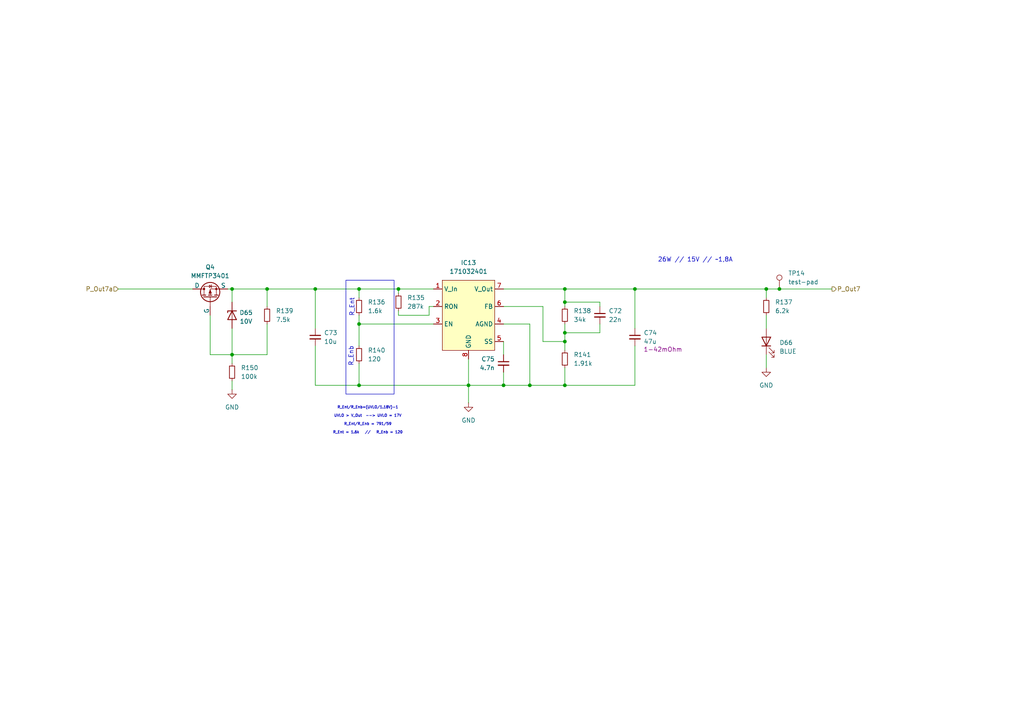
<source format=kicad_sch>
(kicad_sch (version 20231120) (generator "eeschema") (generator_version "8.0")
  (paper "A4")
  (title_block (title "PDU FT25") (date "2024-11-23") (rev "V1.1") (company "Janek Herm") (comment 1 "FaSTTUBe Electronics"))
  (lib_symbols
    (symbol "Connector:TestPoint" (pin_numbers hide) (pin_names (offset 0.762) hide)
      (property "Reference" "TP" (at 0 6.858 0))
      (property "Value" "TestPoint" (at 0 5.08 0))
      (symbol "TestPoint_0_1"
        (circle (center 0 3.302) (radius 0.762))
      )
      (symbol "TestPoint_1_1"
        (pin passive line (at 0 0 90) (length 2.54) (name "1") (number "1"))
      )
    )
    (symbol "Device:C_Small" (pin_numbers hide) (pin_names (offset 0.254) hide)
      (property "Reference" "C" (at 0.254 1.778 0))
      (property "Value" "C_Small" (at 0.254 -2.032 0))
      (symbol "C_Small_0_1"
        (polyline (pts (xy -1.524 -0.508) (xy 1.524 -0.508)) (stroke (width 0.3302)))
        (polyline (pts (xy -1.524 0.508) (xy 1.524 0.508)) (stroke (width 0.3048)))
      )
      (symbol "C_Small_1_1"
        (pin passive line (at 0 2.54 270) (length 2.032) (name "~") (number "1"))
        (pin passive line (at 0 -2.54 90) (length 2.032) (name "~") (number "2"))
      )
    )
    (symbol "Device:D_Zener" (pin_numbers hide) (pin_names (offset 1.016) hide)
      (property "Reference" "D" (at 0 2.54 0))
      (property "Value" "D_Zener" (at 0 -2.54 0))
      (symbol "D_Zener_0_1"
        (polyline (pts (xy 1.27 0) (xy -1.27 0)))
        (polyline (pts (xy -1.27 -1.27) (xy -1.27 1.27) (xy -0.762 1.27)) (stroke (width 0.254)))
        (polyline (pts (xy 1.27 -1.27) (xy 1.27 1.27) (xy -1.27 0) (xy 1.27 -1.27)) (stroke (width 0.254)))
      )
      (symbol "D_Zener_1_1"
        (pin passive line (at -3.81 0 0) (length 2.54) (name "K") (number "1"))
        (pin passive line (at 3.81 0 180) (length 2.54) (name "A") (number "2"))
      )
    )
    (symbol "Device:LED" (pin_numbers hide) (pin_names (offset 1.016) hide)
      (property "Reference" "D" (at 0 2.54 0))
      (property "Value" "LED" (at 0 -2.54 0))
      (symbol "LED_0_1"
        (polyline (pts (xy -1.27 -1.27) (xy -1.27 1.27)) (stroke (width 0.254)))
        (polyline (pts (xy -1.27 0) (xy 1.27 0)))
        (polyline (pts (xy 1.27 -1.27) (xy 1.27 1.27) (xy -1.27 0) (xy 1.27 -1.27)) (stroke (width 0.254)))
        (polyline (pts (xy -3.048 -0.762) (xy -4.572 -2.286) (xy -3.81 -2.286) (xy -4.572 -2.286) (xy -4.572 -1.524)))
        (polyline (pts (xy -1.778 -0.762) (xy -3.302 -2.286) (xy -2.54 -2.286) (xy -3.302 -2.286) (xy -3.302 -1.524)))
      )
      (symbol "LED_1_1"
        (pin passive line (at -3.81 0 0) (length 2.54) (name "K") (number "1"))
        (pin passive line (at 3.81 0 180) (length 2.54) (name "A") (number "2"))
      )
    )
    (symbol "Device:R_Small" (pin_numbers hide) (pin_names (offset 0.254) hide)
      (property "Reference" "R" (at 0.762 0.508 0))
      (property "Value" "R_Small" (at 0.762 -1.016 0))
      (symbol "R_Small_0_1"
        (rectangle (start -0.762 1.778) (end 0.762 -1.778) (stroke (width 0.2032)))
      )
      (symbol "R_Small_1_1"
        (pin passive line (at 0 2.54 270) (length 0.762) (name "~") (number "1"))
        (pin passive line (at 0 -2.54 90) (length 0.762) (name "~") (number "2"))
      )
    )
    (symbol "FaSTTUBe_Voltage_Regulators:171032401"
      (property "Reference" "IC" (at 0.254 8.636 0))
      (property "Value" "171032401" (at 0.508 6.604 0))
      (symbol "171032401_1_1"
        (rectangle (start -7.62 5.08) (end 7.62 -15.24) (fill (type background)))
        (pin passive line (at -10.16 2.54 0) (length 2.54) (name "V_In") (number "1"))
        (pin passive line (at -10.16 -2.54 0) (length 2.54) (name "RON") (number "2"))
        (pin passive line (at -10.16 -7.62 0) (length 2.54) (name "EN") (number "3"))
        (pin power_in line (at 10.16 -7.62 180) (length 2.54) (name "AGND") (number "4"))
        (pin passive line (at 10.16 -12.7 180) (length 2.54) (name "SS") (number "5"))
        (pin passive line (at 10.16 -2.54 180) (length 2.54) (name "FB") (number "6"))
        (pin power_out line (at 10.16 2.54 180) (length 2.54) (name "V_Out") (number "7"))
        (pin power_in line (at 0 -17.78 90) (length 2.54) (name "GND") (number "8"))
      )
    )
    (symbol "Simulation_SPICE:PMOS" (pin_numbers hide) (pin_names (offset 0))
      (property "Reference" "Q" (at 5.08 1.27 0))
      (property "Value" "PMOS" (at 5.08 -1.27 0))
      (symbol "PMOS_0_1"
        (polyline (pts (xy 0.254 0) (xy -2.54 0)))
        (polyline (pts (xy 0.254 1.905) (xy 0.254 -1.905)) (stroke (width 0.254)))
        (polyline (pts (xy 0.762 -1.27) (xy 0.762 -2.286)) (stroke (width 0.254)))
        (polyline (pts (xy 0.762 0.508) (xy 0.762 -0.508)) (stroke (width 0.254)))
        (polyline (pts (xy 0.762 2.286) (xy 0.762 1.27)) (stroke (width 0.254)))
        (polyline (pts (xy 2.54 2.54) (xy 2.54 1.778)))
        (polyline (pts (xy 2.54 -2.54) (xy 2.54 0) (xy 0.762 0)))
        (polyline (pts (xy 0.762 1.778) (xy 3.302 1.778) (xy 3.302 -1.778) (xy 0.762 -1.778)))
        (polyline (pts (xy 2.286 0) (xy 1.27 0.381) (xy 1.27 -0.381) (xy 2.286 0)) (fill (type outline)))
        (polyline (pts (xy 2.794 -0.508) (xy 2.921 -0.381) (xy 3.683 -0.381) (xy 3.81 -0.254)))
        (polyline (pts (xy 3.302 -0.381) (xy 2.921 0.254) (xy 3.683 0.254) (xy 3.302 -0.381)))
        (circle (center 1.651 0) (radius 2.794) (stroke (width 0.254)))
        (circle (center 2.54 -1.778) (radius 0.254) (fill (type outline)))
        (circle (center 2.54 1.778) (radius 0.254) (fill (type outline)))
      )
      (symbol "PMOS_1_1"
        (pin passive line (at 2.54 5.08 270) (length 2.54) (name "D") (number "1"))
        (pin input line (at -5.08 0 0) (length 2.54) (name "G") (number "2"))
        (pin passive line (at 2.54 -5.08 90) (length 2.54) (name "S") (number "3"))
      )
    )
    (symbol "power:GND" (power) (pin_numbers hide) (pin_names (offset 0) hide)
      (property "Value" "GND" (at 0 -3.81 0))
      (symbol "GND_0_1"
        (polyline (pts (xy 0 0) (xy 0 -1.27) (xy 1.27 -1.27) (xy 0 -2.54) (xy -1.27 -1.27) (xy 0 -1.27)))
      )
      (symbol "GND_1_1"
        (pin power_in line (at 0 0 270) (length 0) (name "~") (number "1"))
      )
    )
  )
  (junction (at 184.15 83.82))
  (junction (at 163.83 111.76))
  (junction (at 163.83 87.63))
  (junction (at 222.25 83.82))
  (junction (at 104.14 111.76))
  (junction (at 67.31 102.87))
  (junction (at 163.83 83.82))
  (junction (at 77.47 83.82))
  (junction (at 153.67 111.76))
  (junction (at 115.57 83.82))
  (junction (at 163.83 96.52))
  (junction (at 104.14 93.98))
  (junction (at 163.83 99.06))
  (junction (at 226.06 83.82))
  (junction (at 91.44 83.82))
  (junction (at 135.89 111.76))
  (junction (at 104.14 83.82))
  (junction (at 67.31 83.82))
  (junction (at 146.05 111.76))
  (wire (pts (xy 104.14 83.82) (xy 104.14 86.36)))
  (wire (pts (xy 146.05 88.9) (xy 157.48 88.9)))
  (wire (pts (xy 222.25 102.87) (xy 222.25 106.68)))
  (wire (pts (xy 77.47 83.82) (xy 77.47 88.9)))
  (wire (pts (xy 67.31 110.49) (xy 67.31 113.03)))
  (wire (pts (xy 104.14 93.98) (xy 125.73 93.98)))
  (wire (pts (xy 163.83 106.68) (xy 163.83 111.76)))
  (wire (pts (xy 146.05 111.76) (xy 135.89 111.76)))
  (wire (pts (xy 124.46 91.44) (xy 124.46 88.9)))
  (wire (pts (xy 184.15 100.33) (xy 184.15 111.76)))
  (wire (pts (xy 163.83 99.06) (xy 163.83 101.6)))
  (wire (pts (xy 91.44 111.76) (xy 104.14 111.76)))
  (wire (pts (xy 153.67 111.76) (xy 163.83 111.76)))
  (wire (pts (xy 115.57 91.44) (xy 124.46 91.44)))
  (wire (pts (xy 146.05 93.98) (xy 153.67 93.98)))
  (wire (pts (xy 104.14 111.76) (xy 135.89 111.76)))
  (wire (pts (xy 163.83 83.82) (xy 184.15 83.82)))
  (wire (pts (xy 153.67 93.98) (xy 153.67 111.76)))
  (wire (pts (xy 157.48 99.06) (xy 163.83 99.06)))
  (wire (pts (xy 163.83 96.52) (xy 163.83 99.06)))
  (wire (pts (xy 146.05 111.76) (xy 153.67 111.76)))
  (wire (pts (xy 222.25 83.82) (xy 226.06 83.82)))
  (wire (pts (xy 163.83 87.63) (xy 173.99 87.63)))
  (wire (pts (xy 222.25 91.44) (xy 222.25 95.25)))
  (wire (pts (xy 77.47 93.98) (xy 77.47 102.87)))
  (wire (pts (xy 67.31 102.87) (xy 67.31 105.41)))
  (wire (pts (xy 115.57 83.82) (xy 125.73 83.82)))
  (wire (pts (xy 135.89 111.76) (xy 135.89 116.84)))
  (wire (pts (xy 226.06 83.82) (xy 241.3 83.82)))
  (wire (pts (xy 66.04 83.82) (xy 67.31 83.82)))
  (wire (pts (xy 124.46 88.9) (xy 125.73 88.9)))
  (wire (pts (xy 146.05 99.06) (xy 146.05 102.87)))
  (wire (pts (xy 173.99 96.52) (xy 163.83 96.52)))
  (wire (pts (xy 34.29 83.82) (xy 55.88 83.82)))
  (wire (pts (xy 67.31 83.82) (xy 67.31 87.63)))
  (wire (pts (xy 146.05 107.95) (xy 146.05 111.76)))
  (wire (pts (xy 163.83 87.63) (xy 163.83 88.9)))
  (wire (pts (xy 104.14 105.41) (xy 104.14 111.76)))
  (wire (pts (xy 77.47 83.82) (xy 91.44 83.82)))
  (wire (pts (xy 104.14 91.44) (xy 104.14 93.98)))
  (wire (pts (xy 67.31 83.82) (xy 77.47 83.82)))
  (wire (pts (xy 67.31 95.25) (xy 67.31 102.87)))
  (wire (pts (xy 115.57 83.82) (xy 115.57 85.09)))
  (wire (pts (xy 222.25 83.82) (xy 222.25 86.36)))
  (wire (pts (xy 184.15 83.82) (xy 222.25 83.82)))
  (wire (pts (xy 104.14 83.82) (xy 115.57 83.82)))
  (wire (pts (xy 163.83 93.98) (xy 163.83 96.52)))
  (wire (pts (xy 163.83 111.76) (xy 184.15 111.76)))
  (wire (pts (xy 173.99 93.98) (xy 173.99 96.52)))
  (wire (pts (xy 60.96 102.87) (xy 67.31 102.87)))
  (wire (pts (xy 173.99 87.63) (xy 173.99 88.9)))
  (wire (pts (xy 91.44 83.82) (xy 104.14 83.82)))
  (wire (pts (xy 135.89 104.14) (xy 135.89 111.76)))
  (wire (pts (xy 184.15 83.82) (xy 184.15 95.25)))
  (wire (pts (xy 115.57 91.44) (xy 115.57 90.17)))
  (wire (pts (xy 60.96 91.44) (xy 60.96 102.87)))
  (wire (pts (xy 91.44 100.33) (xy 91.44 111.76)))
  (wire (pts (xy 104.14 93.98) (xy 104.14 100.33)))
  (wire (pts (xy 91.44 83.82) (xy 91.44 95.25)))
  (wire (pts (xy 157.48 88.9) (xy 157.48 99.06)))
  (wire (pts (xy 163.83 83.82) (xy 163.83 87.63)))
  (wire (pts (xy 146.05 83.82) (xy 163.83 83.82)))
  (wire (pts (xy 77.47 102.87) (xy 67.31 102.87)))
  (rectangle (start 100.33 81.28) (end 114.3 114.3))
  (text "R_Ent" (at 102.108 89.154 90) (effects (font (size 1.27 1.27))))
  (text "R_Ent/R_Enb=(UVLO/1.18V)-1\n\nUVLO > V_Out  --> UVLO = 17V\n\nR_Ent/R_Enb = 791/59\n\nR_Ent = 1.6k   //   R_Enb = 120" (at 106.68 117.856 0) (effects (font (size 0.75 0.75)) (justify top)))
  (text "26W // 15V // ~1,8A" (at 201.676 75.438 0) (effects (font (size 1.27 1.27))))
  (text "R_Enb" (at 101.854 103.378 90) (effects (font (size 1.27 1.27))))
  (hierarchical_label "P_Out7" (shape output) (at 241.3 83.82 0))
  (hierarchical_label "P_Out7a" (shape input) (at 34.29 83.82 180))
  (symbol (lib_id "Device:R_Small") (at 163.83 104.14 0) (unit 1)
    (property "Reference" "R141" (at 166.37 102.8699 0) (effects (justify left)))
    (property "Value" "1.91k" (at 166.37 105.4099 0) (effects (justify left)))
    (property "Footprint" "Resistor_SMD:R_0805_2012Metric" (effects (hide yes)))
    (property "Description" "Resistor, small symbol" (effects (hide yes)))
  )
  (symbol (lib_id "FaSTTUBe_Voltage_Regulators:171032401") (at 135.89 86.36 0) (unit 1)
    (property "Reference" "IC13" (at 135.89 76.2 0))
    (property "Value" "171032401" (at 135.89 78.74 0))
    (property "Footprint" "171032401:171032401" (effects (hide yes)))
    (property "Datasheet" "https://www.we-online.com/components/products/datasheet/171032401.pdf" (effects (hide yes)))
  )
  (symbol (lib_id "Device:C_Small") (at 91.44 97.79 0) (unit 1)
    (property "Reference" "C73" (at 93.98 96.5262 0) (effects (justify left)))
    (property "Value" "10u" (at 93.98 99.0662 0) (effects (justify left)))
    (property "Footprint" "Capacitor_SMD:C_1206_3216Metric" (effects (hide yes)))
    (property "Description" "Unpolarized capacitor, small symbol" (effects (hide yes)))
  )
  (symbol (lib_id "Device:R_Small") (at 77.47 91.44 0) (unit 1)
    (property "Reference" "R139" (at 80.01 90.1699 0) (effects (justify left)))
    (property "Value" "7.5k" (at 80.01 92.7099 0) (effects (justify left)))
    (property "Footprint" "Resistor_SMD:R_0603_1608Metric" (effects (hide yes)))
    (property "Description" "Resistor, small symbol" (effects (hide yes)))
  )
  (symbol (lib_id "power:GND") (at 222.25 106.68 0) (unit 1)
    (property "Reference" "#PWR0192" (effects (hide yes)))
    (property "Value" "GND" (at 222.25 111.76 0))
    (property "Description" "Power symbol creates a global label with name \"GND\" , ground" (effects (hide yes)))
  )
  (symbol (lib_id "Device:LED") (at 222.25 99.06 90) (unit 1)
    (property "Reference" "D66" (at 226.06 99.3774 90) (effects (justify right)))
    (property "Value" "BLUE" (at 226.06 101.9174 90) (effects (justify right)))
    (property "Footprint" "LED_SMD:LED_0603_1608Metric" (effects (hide yes)))
    (property "Datasheet" "https://www.we-online.com/components/products/datasheet/150060BS75000.pdf" (effects (hide yes)))
    (property "Description" "Light emitting diode" (effects (hide yes)))
    (property "MPR" "150060BS75000" (effects (hide yes)))
  )
  (symbol (lib_id "power:GND") (at 135.89 116.84 0) (unit 1)
    (property "Reference" "#PWR0194" (effects (hide yes)))
    (property "Value" "GND" (at 135.89 121.92 0))
    (property "Description" "Power symbol creates a global label with name \"GND\" , ground" (effects (hide yes)))
  )
  (symbol (lib_id "Device:R_Small") (at 104.14 88.9 0) (unit 1)
    (property "Reference" "R136" (at 106.68 87.6299 0) (effects (justify left)))
    (property "Value" "1.6k" (at 106.68 90.1699 0) (effects (justify left)))
    (property "Footprint" "Resistor_SMD:R_0805_2012Metric" (effects (hide yes)))
    (property "Description" "Resistor, small symbol" (effects (hide yes)))
  )
  (symbol (lib_id "Device:R_Small") (at 222.25 88.9 0) (unit 1)
    (property "Reference" "R137" (at 224.79 87.6299 0) (effects (justify left)))
    (property "Value" "6.2k" (at 224.79 90.1699 0) (effects (justify left)))
    (property "Footprint" "Resistor_SMD:R_0603_1608Metric" (effects (hide yes)))
    (property "Description" "Resistor, small symbol" (effects (hide yes)))
  )
  (symbol (lib_id "Device:C_Small") (at 184.15 97.79 0) (unit 1)
    (property "Reference" "C74" (at 186.69 96.5262 0) (effects (justify left)))
    (property "Value" "47u" (at 186.69 99.0662 0) (effects (justify left)))
    (property "Footprint" "Capacitor_SMD:C_1206_3216Metric" (effects (hide yes)))
    (property "Description" "Unpolarized capacitor, small symbol" (effects (hide yes)))
    (property "Resistance" "1-42mOhm" (at 192.278 101.346 0))
  )
  (symbol (lib_id "Device:R_Small") (at 104.14 102.87 0) (unit 1)
    (property "Reference" "R140" (at 106.68 101.5999 0) (effects (justify left)))
    (property "Value" "120" (at 106.68 104.1399 0) (effects (justify left)))
    (property "Footprint" "Resistor_SMD:R_0805_2012Metric" (effects (hide yes)))
    (property "Description" "Resistor, small symbol" (effects (hide yes)))
  )
  (symbol (lib_id "Device:C_Small") (at 173.99 91.44 0) (unit 1)
    (property "Reference" "C72" (at 176.53 90.1762 0) (effects (justify left)))
    (property "Value" "22n" (at 176.53 92.7162 0) (effects (justify left)))
    (property "Footprint" "Capacitor_SMD:C_0805_2012Metric" (effects (hide yes)))
    (property "Description" "Unpolarized capacitor, small symbol" (effects (hide yes)))
  )
  (symbol (lib_id "Device:R_Small") (at 67.31 107.95 0) (unit 1)
    (property "Reference" "R150" (at 69.85 106.6799 0) (effects (justify left)))
    (property "Value" "100k" (at 69.85 109.2199 0) (effects (justify left)))
    (property "Footprint" "Resistor_SMD:R_0603_1608Metric" (effects (hide yes)))
    (property "Description" "Resistor, small symbol" (effects (hide yes)))
  )
  (symbol (lib_id "Device:R_Small") (at 163.83 91.44 0) (unit 1)
    (property "Reference" "R138" (at 166.37 90.1699 0) (effects (justify left)))
    (property "Value" "34k" (at 166.37 92.7099 0) (effects (justify left)))
    (property "Footprint" "Resistor_SMD:R_0805_2012Metric" (effects (hide yes)))
    (property "Description" "Resistor, small symbol" (effects (hide yes)))
  )
  (symbol (lib_id "Simulation_SPICE:PMOS") (at 60.96 86.36 90) (unit 1)
    (property "Reference" "Q4" (at 60.96 77.47 90))
    (property "Value" "MMFTP3401" (at 60.96 80.01 90))
    (property "Footprint" "Package_TO_SOT_SMD:SOT-23" (effects (hide yes)))
    (property "Datasheet" "https://diotec.com/request/datasheet/mmftp3401.pdf" (effects (hide yes)))
    (property "Description" "P-MOSFET transistor, drain/source/gate" (effects (hide yes)))
    (property "Sim.Device" "PMOS" (effects (hide yes)))
    (property "Sim.Type" "VDMOS" (effects (hide yes)))
    (property "Sim.Pins" "1=D 2=G 3=S" (effects (hide yes)))
  )
  (symbol (lib_id "Device:C_Small") (at 146.05 105.41 0) (mirror y) (unit 1)
    (property "Reference" "C75" (at 143.51 104.1462 0) (effects (justify left)))
    (property "Value" "4.7n" (at 143.51 106.6862 0) (effects (justify left)))
    (property "Footprint" "Capacitor_SMD:C_0805_2012Metric" (effects (hide yes)))
    (property "Description" "Unpolarized capacitor, small symbol" (effects (hide yes)))
  )
  (symbol (lib_id "Device:D_Zener") (at 67.31 91.44 90) (mirror x) (unit 1)
    (property "Reference" "D65" (at 71.374 90.678 90))
    (property "Value" "10V" (at 71.374 93.218 90))
    (property "Footprint" "3SMAJ5934B-TP:DIOM5226X244N" (effects (hide yes)))
    (property "Datasheet" "https://www.mouser.de/datasheet/2/258/3SMAJ5918B_3SMAJ5956B_SMA_-3423242.pdf" (effects (hide yes)))
    (property "Description" "Zener diode" (effects (hide yes)))
    (property "MPR" "3SMAJ5925B" (effects (hide yes)))
  )
  (symbol (lib_id "Connector:TestPoint") (at 226.06 83.82 0) (unit 1)
    (property "Reference" "TP14" (at 228.6 79.2479 0) (effects (justify left)))
    (property "Value" "test-pad" (at 228.6 81.7879 0) (effects (justify left)))
    (property "Footprint" "5025:5025" (effects (hide yes)))
    (property "Description" "test point" (effects (hide yes)))
  )
  (symbol (lib_id "power:GND") (at 67.31 113.03 0) (unit 1)
    (property "Reference" "#PWR0193" (effects (hide yes)))
    (property "Value" "GND" (at 67.31 118.11 0))
    (property "Description" "Power symbol creates a global label with name \"GND\" , ground" (effects (hide yes)))
  )
  (symbol (lib_id "Device:R_Small") (at 115.57 87.63 0) (unit 1)
    (property "Reference" "R135" (at 118.11 86.3599 0) (effects (justify left)))
    (property "Value" "287k" (at 118.11 88.8999 0) (effects (justify left)))
    (property "Footprint" "Resistor_SMD:R_0805_2012Metric" (effects (hide yes)))
    (property "Description" "Resistor, small symbol" (effects (hide yes)))
  )
)
</source>
